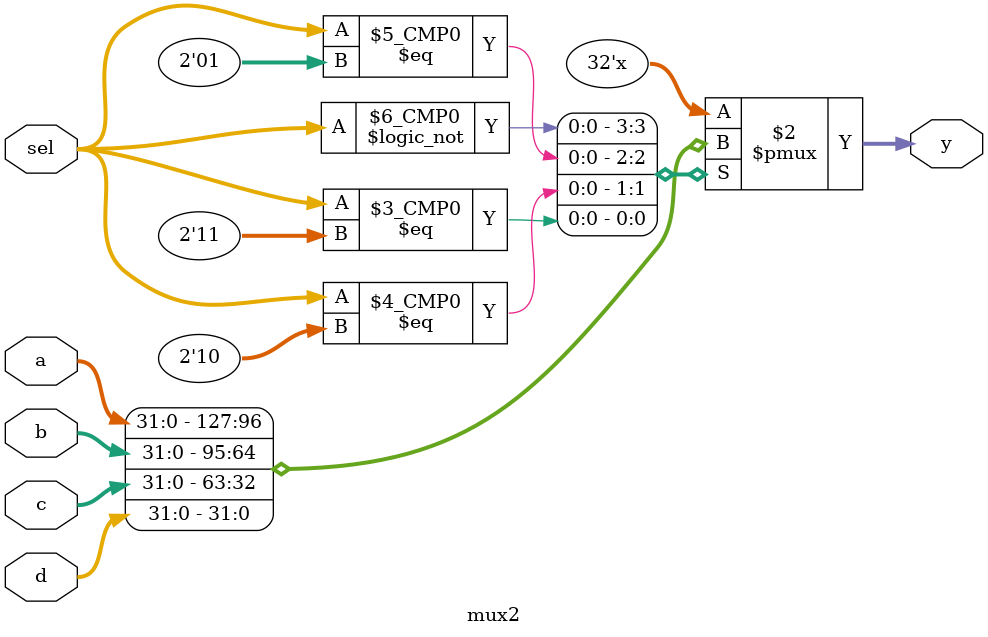
<source format=v>


// -------------------------------- //
//	By: Bryce Keen	
//	Created: 01/15/2023
// -------------------------------- //
//	Last Modified: 01/15/2023

// Change Log:	NA


module mux2(a, b, c, d, sel, y);
	parameter WIDTH = 32;
	
	input wire [WIDTH - 1:0]	a, b, c, d;
    input wire [1:0]			sel;
	output wire [WIDTH - 1:0]	y;

    always @(*) begin
        case (sel)
            2'b00:  y <= a;
            2'b01:  y <= b;
            2'b10:  y <= c;
            2'b11:  y <= d;
        endcase
    end

endmodule

</source>
